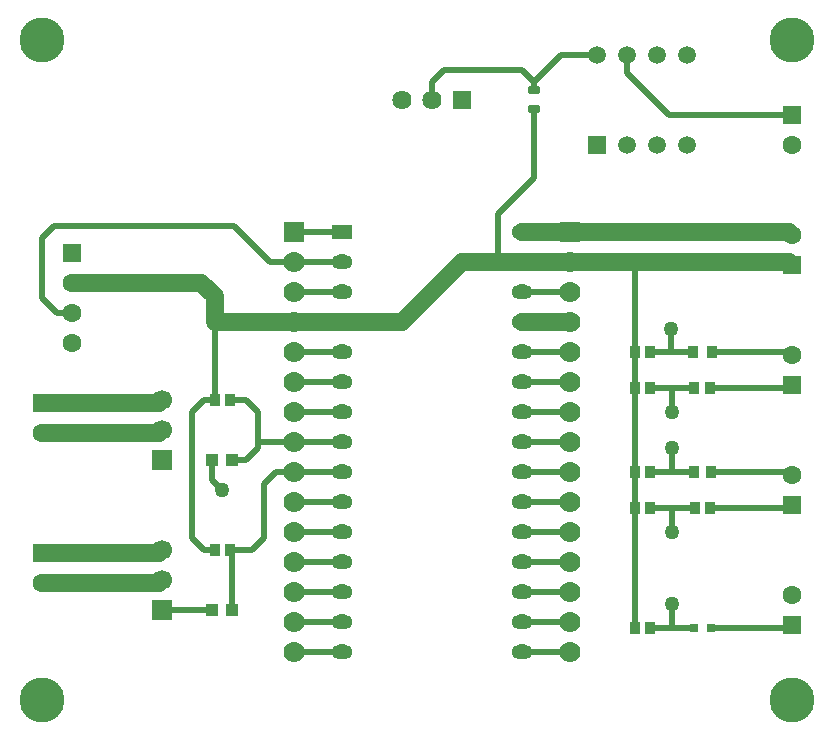
<source format=gtl>
G04 Layer_Physical_Order=1*
G04 Layer_Color=25308*
%FSLAX25Y25*%
%MOIN*%
G70*
G01*
G75*
G04:AMPARAMS|DCode=10|XSize=39.37mil|YSize=23.62mil|CornerRadius=2.36mil|HoleSize=0mil|Usage=FLASHONLY|Rotation=0.000|XOffset=0mil|YOffset=0mil|HoleType=Round|Shape=RoundedRectangle|*
%AMROUNDEDRECTD10*
21,1,0.03937,0.01890,0,0,0.0*
21,1,0.03465,0.02362,0,0,0.0*
1,1,0.00472,0.01732,-0.00945*
1,1,0.00472,-0.01732,-0.00945*
1,1,0.00472,-0.01732,0.00945*
1,1,0.00472,0.01732,0.00945*
%
%ADD10ROUNDEDRECTD10*%
%ADD11R,0.03740X0.04134*%
%ADD12R,0.03543X0.03937*%
%ADD13R,0.04400X0.04000*%
%ADD14R,0.03000X0.03000*%
%ADD15R,0.03740X0.03937*%
%ADD16R,0.03543X0.04134*%
%ADD17C,0.02000*%
%ADD18C,0.06000*%
%ADD19R,0.06299X0.06299*%
%ADD20C,0.06299*%
%ADD21C,0.06400*%
%ADD22R,0.06400X0.06400*%
%ADD23R,0.05906X0.05906*%
%ADD24C,0.05906*%
%ADD25C,0.15000*%
%ADD26R,0.06693X0.06693*%
%ADD27C,0.06693*%
%ADD28R,0.07000X0.07000*%
%ADD29C,0.07000*%
%ADD30O,0.07000X0.05000*%
%ADD31R,0.07000X0.05000*%
%ADD32C,0.05000*%
D10*
X334000Y416870D02*
D03*
Y423130D02*
D03*
D11*
X392756Y296000D02*
D03*
X387244D02*
D03*
D12*
X372559Y244000D02*
D03*
X367441D02*
D03*
X232559Y320000D02*
D03*
X227441D02*
D03*
X232559Y270000D02*
D03*
X227441D02*
D03*
X372559Y284000D02*
D03*
X367441D02*
D03*
X372559Y296000D02*
D03*
X367441D02*
D03*
X372559Y336000D02*
D03*
X367441D02*
D03*
X372559Y324000D02*
D03*
X367441D02*
D03*
X392559Y284000D02*
D03*
X387441D02*
D03*
D13*
X233347Y250000D02*
D03*
X226600D02*
D03*
X233347Y300000D02*
D03*
X226600D02*
D03*
D14*
X387250Y244000D02*
D03*
X392750D02*
D03*
D15*
X386850Y336000D02*
D03*
X393150D02*
D03*
D16*
X392657Y324000D02*
D03*
X387343D02*
D03*
D17*
X227441Y320000D02*
Y346000D01*
X170000Y374000D02*
X174000Y378000D01*
X170000Y354000D02*
Y374000D01*
Y354000D02*
X175000Y349000D01*
X174000Y378000D02*
X234000D01*
X175000Y349000D02*
X180000D01*
X379000Y415000D02*
X420000D01*
X365000Y429000D02*
X379000Y415000D01*
X365000Y429000D02*
Y435000D01*
X334000Y394000D02*
Y416870D01*
X322000Y382000D02*
X334000Y394000D01*
X322000Y366000D02*
Y382000D01*
X343000Y435000D02*
X355000D01*
X334000Y426000D02*
X343000Y435000D01*
X334000Y423130D02*
Y426000D01*
X330000Y430000D02*
X334000Y426000D01*
X304000Y430000D02*
X330000D01*
X300000Y426000D02*
X304000Y430000D01*
X300000Y420000D02*
Y426000D01*
X246000Y366000D02*
X254000D01*
X234000Y378000D02*
X246000Y366000D01*
X379705Y336000D02*
X386850D01*
X372559D02*
X379705D01*
Y343705D01*
X379951Y324000D02*
X387343D01*
X372559D02*
X379951D01*
Y316049D02*
Y324000D01*
X330000Y276000D02*
X346000D01*
X330000Y286000D02*
X346000D01*
X380000Y244000D02*
X387250D01*
X372559D02*
X380000D01*
Y252000D01*
Y284000D02*
X387441D01*
X372559D02*
X380000D01*
Y276000D02*
Y284000D01*
Y296000D02*
X387244D01*
X372559D02*
X380000D01*
Y304000D01*
X330000Y296000D02*
X346000D01*
X392559Y284000D02*
X419000D01*
X392756Y296000D02*
X419000D01*
X330000Y316000D02*
X346000D01*
X210000Y250000D02*
X226600D01*
X367441Y336000D02*
Y365441D01*
Y284000D02*
Y296000D01*
Y324000D01*
Y336000D01*
X393150D02*
X419000D01*
X392657Y324000D02*
X419000D01*
X367441Y244000D02*
Y284000D01*
X392750Y244000D02*
X419000D01*
X330000Y356000D02*
X346000D01*
X330000Y336000D02*
X346000D01*
X330000Y326000D02*
X346000D01*
X330000Y266000D02*
X346000D01*
X330000Y256000D02*
X346000D01*
X330000Y246000D02*
X346000D01*
X330000Y236000D02*
X346000D01*
X254000D02*
X270000D01*
X254000Y246000D02*
X270000D01*
X254000Y256000D02*
X270000D01*
X254000Y266000D02*
X270000D01*
X254000Y276000D02*
X270000D01*
X254000Y286000D02*
X270000D01*
X254000Y296000D02*
X270000D01*
X254000Y306000D02*
X270000D01*
X254000Y316000D02*
X270000D01*
X254000Y326000D02*
X270000D01*
X254000Y336000D02*
X270000D01*
X254000Y356000D02*
X270000D01*
X254000Y366000D02*
X270000D01*
X254000Y376000D02*
X270000D01*
X330000Y306000D02*
X346000D01*
X232559Y320000D02*
X238000D01*
X242000Y316000D01*
Y306000D02*
Y316000D01*
Y306000D02*
X254000D01*
X233347Y300000D02*
X238000D01*
X242000Y304000D01*
Y306000D01*
X224000Y320000D02*
X227441D01*
X220000Y316000D02*
X224000Y320000D01*
X220000Y274000D02*
Y316000D01*
Y274000D02*
X224000Y270000D01*
X227441D01*
X226600Y293400D02*
Y300000D01*
Y293400D02*
X230000Y290000D01*
X240000Y270000D02*
X244000Y274000D01*
Y292000D01*
X248000Y296000D01*
X254000D01*
X233347Y250000D02*
Y269213D01*
X232559Y270000D02*
X240000D01*
D18*
X180000Y359000D02*
X223000D01*
X322000Y366000D02*
X330000D01*
X310000D02*
X322000D01*
X223000Y359000D02*
X227441Y354559D01*
Y346000D02*
Y354559D01*
X330000Y376000D02*
X346000D01*
X419000D01*
X330000Y366000D02*
X346000D01*
X419000D01*
X254000Y346000D02*
X270000D01*
X290000D01*
X310000Y366000D01*
X330000Y346000D02*
X346000D01*
X170000Y269000D02*
X209000D01*
X170000Y259000D02*
X209000D01*
X170000Y319000D02*
X209000D01*
X170000Y309000D02*
X209000D01*
X227441Y346000D02*
X254000D01*
D19*
X420000Y365000D02*
D03*
Y415000D02*
D03*
X170000Y319000D02*
D03*
X180000Y369000D02*
D03*
X420000Y245000D02*
D03*
X170000Y269000D02*
D03*
X420000Y285000D02*
D03*
Y325000D02*
D03*
D20*
Y375000D02*
D03*
Y405000D02*
D03*
X170000Y309000D02*
D03*
X180000Y339000D02*
D03*
Y349000D02*
D03*
Y359000D02*
D03*
X420000Y255000D02*
D03*
X170000Y259000D02*
D03*
X420000Y295000D02*
D03*
Y335000D02*
D03*
D21*
X290000Y420000D02*
D03*
X300000D02*
D03*
D22*
X310000D02*
D03*
D23*
X355000Y405000D02*
D03*
D24*
X365000D02*
D03*
X375000D02*
D03*
X385000D02*
D03*
X355000Y435000D02*
D03*
X365000D02*
D03*
X375000D02*
D03*
X385000D02*
D03*
D25*
X420000Y220000D02*
D03*
X170000D02*
D03*
X420000Y440000D02*
D03*
X170000D02*
D03*
D26*
X210000Y300000D02*
D03*
Y250000D02*
D03*
D27*
Y310000D02*
D03*
Y320000D02*
D03*
Y260000D02*
D03*
Y270000D02*
D03*
D28*
X254000Y376000D02*
D03*
X346000D02*
D03*
D29*
X254000Y366000D02*
D03*
Y356000D02*
D03*
Y346000D02*
D03*
Y336000D02*
D03*
Y326000D02*
D03*
Y316000D02*
D03*
Y306000D02*
D03*
Y296000D02*
D03*
Y286000D02*
D03*
Y276000D02*
D03*
Y266000D02*
D03*
Y256000D02*
D03*
Y246000D02*
D03*
Y236000D02*
D03*
X346000Y366000D02*
D03*
Y356000D02*
D03*
Y346000D02*
D03*
Y336000D02*
D03*
Y326000D02*
D03*
Y316000D02*
D03*
Y306000D02*
D03*
Y296000D02*
D03*
Y286000D02*
D03*
Y276000D02*
D03*
Y266000D02*
D03*
Y256000D02*
D03*
Y246000D02*
D03*
Y236000D02*
D03*
D30*
X330000D02*
D03*
Y246000D02*
D03*
Y256000D02*
D03*
Y266000D02*
D03*
Y276000D02*
D03*
Y286000D02*
D03*
Y296000D02*
D03*
Y306000D02*
D03*
Y316000D02*
D03*
Y326000D02*
D03*
Y336000D02*
D03*
Y346000D02*
D03*
Y356000D02*
D03*
Y366000D02*
D03*
Y376000D02*
D03*
X270000Y236000D02*
D03*
Y246000D02*
D03*
Y256000D02*
D03*
Y266000D02*
D03*
Y276000D02*
D03*
Y286000D02*
D03*
Y296000D02*
D03*
Y306000D02*
D03*
Y316000D02*
D03*
Y326000D02*
D03*
Y336000D02*
D03*
Y346000D02*
D03*
Y356000D02*
D03*
Y366000D02*
D03*
D31*
Y376000D02*
D03*
D32*
X379705Y343705D02*
D03*
X380000Y316000D02*
D03*
Y252000D02*
D03*
Y276000D02*
D03*
Y304000D02*
D03*
X230000Y290000D02*
D03*
M02*

</source>
